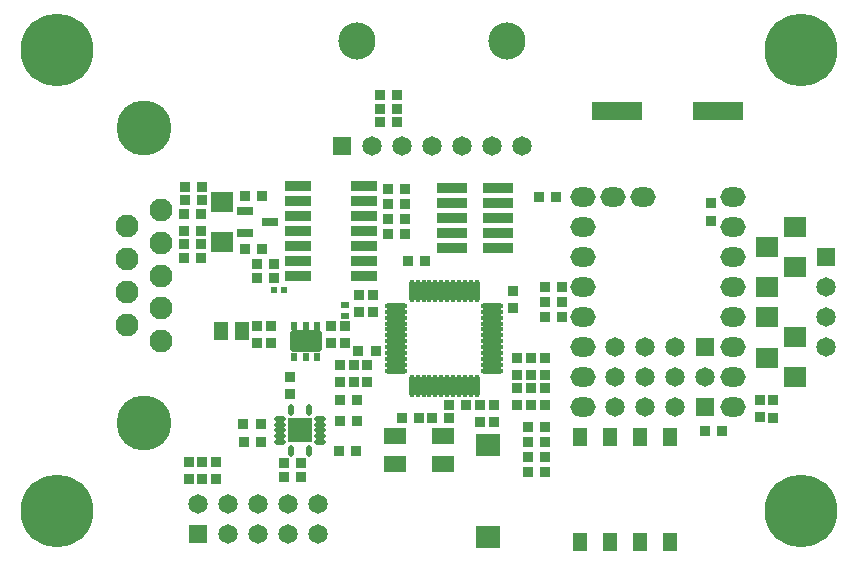
<source format=gts>
G04*
G04 #@! TF.GenerationSoftware,Altium Limited,Altium Designer,20.0.13 (296)*
G04*
G04 Layer_Color=8388736*
%FSLAX25Y25*%
%MOIN*%
G70*
G01*
G75*
%ADD41R,0.03543X0.03740*%
%ADD42R,0.07591X0.06991*%
%ADD43R,0.03740X0.03543*%
%ADD44R,0.08591X0.03191*%
%ADD45R,0.05709X0.02953*%
%ADD46R,0.02362X0.02362*%
%ADD47R,0.08465X0.08465*%
%ADD48O,0.01772X0.03937*%
%ADD49O,0.03937X0.01772*%
G04:AMPARAMS|DCode=50|XSize=74.8mil|YSize=104.33mil|CornerRadius=6.4mil|HoleSize=0mil|Usage=FLASHONLY|Rotation=90.000|XOffset=0mil|YOffset=0mil|HoleType=Round|Shape=RoundedRectangle|*
%AMROUNDEDRECTD50*
21,1,0.07480,0.09153,0,0,90.0*
21,1,0.06201,0.10433,0,0,90.0*
1,1,0.01280,0.04577,0.03100*
1,1,0.01280,0.04577,-0.03100*
1,1,0.01280,-0.04577,-0.03100*
1,1,0.01280,-0.04577,0.03100*
%
%ADD50ROUNDEDRECTD50*%
%ADD51R,0.02362X0.02559*%
%ADD52R,0.04791X0.06091*%
%ADD53R,0.02756X0.02362*%
%ADD54R,0.10039X0.03583*%
%ADD55R,0.17126X0.06496*%
%ADD56R,0.03740X0.03740*%
%ADD57R,0.04921X0.06496*%
%ADD58R,0.08465X0.07677*%
%ADD59R,0.07677X0.05315*%
%ADD60O,0.07677X0.01772*%
%ADD61O,0.01772X0.07677*%
%ADD62C,0.18307*%
%ADD63C,0.07677*%
%ADD64C,0.06496*%
%ADD65R,0.06496X0.06496*%
%ADD66C,0.12402*%
%ADD67C,0.24213*%
%ADD68O,0.08465X0.06496*%
%ADD69O,0.08465X0.06496*%
%ADD70R,0.06496X0.06496*%
D41*
X237409Y42300D02*
D03*
X231700D02*
D03*
X123391Y154300D02*
D03*
X129100D02*
D03*
X123446Y149800D02*
D03*
X129154D02*
D03*
X123446Y145400D02*
D03*
X129154D02*
D03*
X152209Y51100D02*
D03*
X146500D02*
D03*
X78600Y120800D02*
D03*
X84309D02*
D03*
X78600Y103000D02*
D03*
X84309D02*
D03*
X88154Y97900D02*
D03*
X82446D02*
D03*
X88154Y93400D02*
D03*
X82446D02*
D03*
X58346Y119200D02*
D03*
X64054D02*
D03*
X58346Y123700D02*
D03*
X64054D02*
D03*
X58246Y104600D02*
D03*
X63954D02*
D03*
X58246Y100100D02*
D03*
X63954D02*
D03*
X116291Y68900D02*
D03*
X122000D02*
D03*
X126100Y122900D02*
D03*
X131809D02*
D03*
Y117900D02*
D03*
X126100D02*
D03*
X131809Y112900D02*
D03*
X126100D02*
D03*
Y107900D02*
D03*
X131809D02*
D03*
X132746Y98900D02*
D03*
X138454D02*
D03*
X178346Y85200D02*
D03*
X184054D02*
D03*
X178346Y90200D02*
D03*
X184054D02*
D03*
X178346Y80200D02*
D03*
X184054D02*
D03*
X172846Y43700D02*
D03*
X178554D02*
D03*
X172846Y38700D02*
D03*
X178554D02*
D03*
X172846Y28700D02*
D03*
X178554D02*
D03*
X172846Y33700D02*
D03*
X178554D02*
D03*
X146409Y46800D02*
D03*
X140700D02*
D03*
X136554D02*
D03*
X130846D02*
D03*
X110046Y52500D02*
D03*
X115754D02*
D03*
X110046Y45500D02*
D03*
X115754D02*
D03*
X109846Y35700D02*
D03*
X115554D02*
D03*
X91546Y31500D02*
D03*
X97254D02*
D03*
X91546Y27000D02*
D03*
X97254D02*
D03*
X83700Y44700D02*
D03*
X77991D02*
D03*
X83754Y38500D02*
D03*
X78046D02*
D03*
X182200Y120200D02*
D03*
X176491D02*
D03*
D42*
X261700Y110400D02*
D03*
Y97000D02*
D03*
X252600Y103700D02*
D03*
Y90300D02*
D03*
X261700Y73600D02*
D03*
Y60200D02*
D03*
X252600Y80200D02*
D03*
Y66800D02*
D03*
X70800Y118600D02*
D03*
Y105200D02*
D03*
D43*
X254600Y52500D02*
D03*
Y46791D02*
D03*
X250100Y52554D02*
D03*
Y46846D02*
D03*
X116500Y81846D02*
D03*
Y87554D02*
D03*
X111700Y77354D02*
D03*
Y71646D02*
D03*
X63956Y114754D02*
D03*
Y109046D02*
D03*
X58300Y114754D02*
D03*
Y109046D02*
D03*
X119200Y58691D02*
D03*
Y64400D02*
D03*
X114700Y58691D02*
D03*
Y64400D02*
D03*
X110200Y58691D02*
D03*
Y64400D02*
D03*
X107200Y77354D02*
D03*
Y71646D02*
D03*
X93500Y54646D02*
D03*
Y60354D02*
D03*
X87100Y77254D02*
D03*
Y71546D02*
D03*
X82600Y77254D02*
D03*
Y71546D02*
D03*
X121000Y81846D02*
D03*
Y87554D02*
D03*
X233700Y118154D02*
D03*
Y112446D02*
D03*
X167800Y89000D02*
D03*
Y83291D02*
D03*
X178600Y66809D02*
D03*
Y61100D02*
D03*
X173900Y66809D02*
D03*
Y61100D02*
D03*
X169300Y66809D02*
D03*
Y61100D02*
D03*
X161600Y45400D02*
D03*
Y51109D02*
D03*
X156900Y51000D02*
D03*
Y45291D02*
D03*
X68700Y32054D02*
D03*
Y26346D02*
D03*
X64200Y32054D02*
D03*
Y26346D02*
D03*
X59700Y32054D02*
D03*
Y26346D02*
D03*
D44*
X96300Y108900D02*
D03*
X118300Y123900D02*
D03*
X96300D02*
D03*
Y118900D02*
D03*
Y113900D02*
D03*
X118300Y118900D02*
D03*
Y113900D02*
D03*
Y108900D02*
D03*
X96300Y103900D02*
D03*
Y98900D02*
D03*
Y93900D02*
D03*
X118300Y103900D02*
D03*
Y98900D02*
D03*
Y93900D02*
D03*
D45*
X86934Y111900D02*
D03*
X78666Y108160D02*
D03*
Y115640D02*
D03*
D46*
X88225Y89400D02*
D03*
X91375D02*
D03*
D47*
X96900Y42500D02*
D03*
D48*
X93947Y35807D02*
D03*
X99853D02*
D03*
Y49193D02*
D03*
X93947D02*
D03*
D49*
X103593Y38563D02*
D03*
Y40532D02*
D03*
Y42500D02*
D03*
Y44469D02*
D03*
Y46437D02*
D03*
X90207D02*
D03*
Y44469D02*
D03*
Y42500D02*
D03*
Y40532D02*
D03*
Y38563D02*
D03*
D50*
X98700Y72200D02*
D03*
D51*
X94960Y77318D02*
D03*
X102440Y67082D02*
D03*
X94960D02*
D03*
X102440Y77318D02*
D03*
X98700D02*
D03*
X98700Y67082D02*
D03*
D52*
X77500Y75600D02*
D03*
X70500D02*
D03*
D53*
X111700Y84343D02*
D03*
Y80800D02*
D03*
D54*
X162900Y103300D02*
D03*
Y108300D02*
D03*
Y113300D02*
D03*
Y118300D02*
D03*
Y123300D02*
D03*
X147546D02*
D03*
Y118300D02*
D03*
Y113300D02*
D03*
Y108300D02*
D03*
Y103300D02*
D03*
D55*
X202621Y149100D02*
D03*
X236179D02*
D03*
D56*
X178600Y56754D02*
D03*
Y50849D02*
D03*
X173900Y56754D02*
D03*
Y50849D02*
D03*
X169300Y56754D02*
D03*
Y50849D02*
D03*
D57*
X220000Y40420D02*
D03*
Y5380D02*
D03*
X210000Y40420D02*
D03*
Y5380D02*
D03*
X200000Y40420D02*
D03*
Y5380D02*
D03*
X190000Y40420D02*
D03*
Y5380D02*
D03*
D58*
X159400Y6946D02*
D03*
Y37654D02*
D03*
D59*
X144374Y31176D02*
D03*
X128626D02*
D03*
X144374Y40624D02*
D03*
X128626D02*
D03*
D60*
X128955Y62373D02*
D03*
Y64342D02*
D03*
Y66310D02*
D03*
Y68279D02*
D03*
Y70247D02*
D03*
Y72216D02*
D03*
Y74184D02*
D03*
Y76153D02*
D03*
Y78121D02*
D03*
Y80090D02*
D03*
Y82058D02*
D03*
Y84027D02*
D03*
X160845D02*
D03*
Y82058D02*
D03*
Y80090D02*
D03*
Y78121D02*
D03*
Y76153D02*
D03*
Y74184D02*
D03*
Y72216D02*
D03*
Y70247D02*
D03*
Y68279D02*
D03*
Y66310D02*
D03*
Y64342D02*
D03*
Y62373D02*
D03*
D61*
X134073Y89145D02*
D03*
X136042D02*
D03*
X138010D02*
D03*
X139979D02*
D03*
X141947D02*
D03*
X143916D02*
D03*
X145884D02*
D03*
X147853D02*
D03*
X149821D02*
D03*
X151790D02*
D03*
X153758D02*
D03*
X155727D02*
D03*
Y57255D02*
D03*
X153758D02*
D03*
X151790D02*
D03*
X149821D02*
D03*
X147853D02*
D03*
X145884D02*
D03*
X143916D02*
D03*
X141947D02*
D03*
X139979D02*
D03*
X138010D02*
D03*
X136042D02*
D03*
X134073D02*
D03*
D62*
X44791Y143340D02*
D03*
Y44954D02*
D03*
D63*
X50381Y94147D02*
D03*
Y83242D02*
D03*
Y72336D02*
D03*
Y105053D02*
D03*
Y115958D02*
D03*
X39200Y99600D02*
D03*
Y110505D02*
D03*
Y88695D02*
D03*
Y77789D02*
D03*
D64*
X160900Y137200D02*
D03*
X150900D02*
D03*
X140900D02*
D03*
X130900D02*
D03*
X120900D02*
D03*
X170900D02*
D03*
X102900Y8000D02*
D03*
Y18000D02*
D03*
X82900D02*
D03*
Y8000D02*
D03*
X72900Y18000D02*
D03*
Y8000D02*
D03*
X62900Y18000D02*
D03*
X92900Y8000D02*
D03*
Y18000D02*
D03*
X211700Y60200D02*
D03*
Y70200D02*
D03*
X221700Y60200D02*
D03*
Y70200D02*
D03*
X231700Y60200D02*
D03*
X201700Y70200D02*
D03*
Y60200D02*
D03*
X221700Y50200D02*
D03*
X211700D02*
D03*
X201700D02*
D03*
X272200Y90300D02*
D03*
Y80300D02*
D03*
Y70300D02*
D03*
D65*
X110900Y137200D02*
D03*
X62900Y8000D02*
D03*
X231700Y70200D02*
D03*
Y50200D02*
D03*
D66*
X115900Y172200D02*
D03*
X165900D02*
D03*
D67*
X263779Y169291D02*
D03*
X15748D02*
D03*
X263779Y15748D02*
D03*
X15748D02*
D03*
D68*
X241200Y90200D02*
D03*
Y80200D02*
D03*
Y70200D02*
D03*
Y60200D02*
D03*
Y50200D02*
D03*
Y100200D02*
D03*
Y110200D02*
D03*
Y120200D02*
D03*
X191200D02*
D03*
Y110200D02*
D03*
Y100200D02*
D03*
Y50200D02*
D03*
Y60200D02*
D03*
Y70200D02*
D03*
Y80200D02*
D03*
Y90200D02*
D03*
D69*
X201200Y120200D02*
D03*
X211200D02*
D03*
D70*
X272200Y100300D02*
D03*
M02*

</source>
